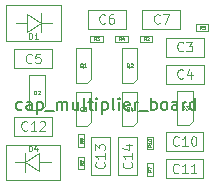
<source format=gbr>
%TF.GenerationSoftware,KiCad,Pcbnew,8.0.9-8.0.9-0~ubuntu24.04.1*%
%TF.CreationDate,2025-07-21T09:14:06-04:00*%
%TF.ProjectId,cap_multiplier_tile,6361705f-6d75-46c7-9469-706c6965725f,0.1.X*%
%TF.SameCoordinates,Original*%
%TF.FileFunction,AssemblyDrawing,Top*%
%FSLAX46Y46*%
G04 Gerber Fmt 4.6, Leading zero omitted, Abs format (unit mm)*
G04 Created by KiCad (PCBNEW 8.0.9-8.0.9-0~ubuntu24.04.1) date 2025-07-21 09:14:06*
%MOMM*%
%LPD*%
G01*
G04 APERTURE LIST*
%ADD10C,0.040000*%
%ADD11C,0.120000*%
%ADD12C,0.050000*%
%ADD13C,0.150000*%
%ADD14C,0.100000*%
G04 APERTURE END LIST*
D10*
X3356667Y4431800D02*
X3270000Y4555609D01*
X3208095Y4431800D02*
X3208095Y4691800D01*
X3208095Y4691800D02*
X3307143Y4691800D01*
X3307143Y4691800D02*
X3331905Y4679419D01*
X3331905Y4679419D02*
X3344286Y4667038D01*
X3344286Y4667038D02*
X3356667Y4642276D01*
X3356667Y4642276D02*
X3356667Y4605133D01*
X3356667Y4605133D02*
X3344286Y4580371D01*
X3344286Y4580371D02*
X3331905Y4567990D01*
X3331905Y4567990D02*
X3307143Y4555609D01*
X3307143Y4555609D02*
X3208095Y4555609D01*
X3455714Y4667038D02*
X3468095Y4679419D01*
X3468095Y4679419D02*
X3492857Y4691800D01*
X3492857Y4691800D02*
X3554762Y4691800D01*
X3554762Y4691800D02*
X3579524Y4679419D01*
X3579524Y4679419D02*
X3591905Y4667038D01*
X3591905Y4667038D02*
X3604286Y4642276D01*
X3604286Y4642276D02*
X3604286Y4617514D01*
X3604286Y4617514D02*
X3591905Y4580371D01*
X3591905Y4580371D02*
X3443333Y4431800D01*
X3443333Y4431800D02*
X3604286Y4431800D01*
X3818200Y-6543332D02*
X3694391Y-6629999D01*
X3818200Y-6691904D02*
X3558200Y-6691904D01*
X3558200Y-6691904D02*
X3558200Y-6592856D01*
X3558200Y-6592856D02*
X3570581Y-6568094D01*
X3570581Y-6568094D02*
X3582962Y-6555713D01*
X3582962Y-6555713D02*
X3607724Y-6543332D01*
X3607724Y-6543332D02*
X3644867Y-6543332D01*
X3644867Y-6543332D02*
X3669629Y-6555713D01*
X3669629Y-6555713D02*
X3682010Y-6568094D01*
X3682010Y-6568094D02*
X3694391Y-6592856D01*
X3694391Y-6592856D02*
X3694391Y-6691904D01*
X3558200Y-6456666D02*
X3558200Y-6283332D01*
X3558200Y-6283332D02*
X3818200Y-6394761D01*
X1256667Y4431800D02*
X1170000Y4555609D01*
X1108095Y4431800D02*
X1108095Y4691800D01*
X1108095Y4691800D02*
X1207143Y4691800D01*
X1207143Y4691800D02*
X1231905Y4679419D01*
X1231905Y4679419D02*
X1244286Y4667038D01*
X1244286Y4667038D02*
X1256667Y4642276D01*
X1256667Y4642276D02*
X1256667Y4605133D01*
X1256667Y4605133D02*
X1244286Y4580371D01*
X1244286Y4580371D02*
X1231905Y4567990D01*
X1231905Y4567990D02*
X1207143Y4555609D01*
X1207143Y4555609D02*
X1108095Y4555609D01*
X1479524Y4605133D02*
X1479524Y4431800D01*
X1417619Y4704180D02*
X1355714Y4518466D01*
X1355714Y4518466D02*
X1516667Y4518466D01*
D11*
X4541667Y5912336D02*
X4503571Y5874240D01*
X4503571Y5874240D02*
X4389286Y5836145D01*
X4389286Y5836145D02*
X4313095Y5836145D01*
X4313095Y5836145D02*
X4198809Y5874240D01*
X4198809Y5874240D02*
X4122619Y5950431D01*
X4122619Y5950431D02*
X4084524Y6026621D01*
X4084524Y6026621D02*
X4046428Y6179002D01*
X4046428Y6179002D02*
X4046428Y6293288D01*
X4046428Y6293288D02*
X4084524Y6445669D01*
X4084524Y6445669D02*
X4122619Y6521860D01*
X4122619Y6521860D02*
X4198809Y6598050D01*
X4198809Y6598050D02*
X4313095Y6636145D01*
X4313095Y6636145D02*
X4389286Y6636145D01*
X4389286Y6636145D02*
X4503571Y6598050D01*
X4503571Y6598050D02*
X4541667Y6559955D01*
X4808333Y6636145D02*
X5341667Y6636145D01*
X5341667Y6636145D02*
X4998809Y5836145D01*
D10*
X-843333Y4431800D02*
X-930000Y4555609D01*
X-991905Y4431800D02*
X-991905Y4691800D01*
X-991905Y4691800D02*
X-892857Y4691800D01*
X-892857Y4691800D02*
X-868095Y4679419D01*
X-868095Y4679419D02*
X-855714Y4667038D01*
X-855714Y4667038D02*
X-843333Y4642276D01*
X-843333Y4642276D02*
X-843333Y4605133D01*
X-843333Y4605133D02*
X-855714Y4580371D01*
X-855714Y4580371D02*
X-868095Y4567990D01*
X-868095Y4567990D02*
X-892857Y4555609D01*
X-892857Y4555609D02*
X-991905Y4555609D01*
X-756667Y4691800D02*
X-595714Y4691800D01*
X-595714Y4691800D02*
X-682381Y4592752D01*
X-682381Y4592752D02*
X-645238Y4592752D01*
X-645238Y4592752D02*
X-620476Y4580371D01*
X-620476Y4580371D02*
X-608095Y4567990D01*
X-608095Y4567990D02*
X-595714Y4543228D01*
X-595714Y4543228D02*
X-595714Y4481323D01*
X-595714Y4481323D02*
X-608095Y4456561D01*
X-608095Y4456561D02*
X-620476Y4444180D01*
X-620476Y4444180D02*
X-645238Y4431800D01*
X-645238Y4431800D02*
X-719524Y4431800D01*
X-719524Y4431800D02*
X-744286Y4444180D01*
X-744286Y4444180D02*
X-756667Y4456561D01*
D11*
X2137664Y-5914285D02*
X2175760Y-5952381D01*
X2175760Y-5952381D02*
X2213855Y-6066666D01*
X2213855Y-6066666D02*
X2213855Y-6142857D01*
X2213855Y-6142857D02*
X2175760Y-6257143D01*
X2175760Y-6257143D02*
X2099569Y-6333333D01*
X2099569Y-6333333D02*
X2023379Y-6371428D01*
X2023379Y-6371428D02*
X1870998Y-6409524D01*
X1870998Y-6409524D02*
X1756712Y-6409524D01*
X1756712Y-6409524D02*
X1604331Y-6371428D01*
X1604331Y-6371428D02*
X1528140Y-6333333D01*
X1528140Y-6333333D02*
X1451950Y-6257143D01*
X1451950Y-6257143D02*
X1413855Y-6142857D01*
X1413855Y-6142857D02*
X1413855Y-6066666D01*
X1413855Y-6066666D02*
X1451950Y-5952381D01*
X1451950Y-5952381D02*
X1490045Y-5914285D01*
X2213855Y-5152381D02*
X2213855Y-5609524D01*
X2213855Y-5380952D02*
X1413855Y-5380952D01*
X1413855Y-5380952D02*
X1528140Y-5457143D01*
X1528140Y-5457143D02*
X1604331Y-5533333D01*
X1604331Y-5533333D02*
X1642426Y-5609524D01*
X1680521Y-4466666D02*
X2213855Y-4466666D01*
X1375760Y-4657142D02*
X1947188Y-4847619D01*
X1947188Y-4847619D02*
X1947188Y-4352380D01*
X6135714Y-6737664D02*
X6097618Y-6775760D01*
X6097618Y-6775760D02*
X5983333Y-6813855D01*
X5983333Y-6813855D02*
X5907142Y-6813855D01*
X5907142Y-6813855D02*
X5792856Y-6775760D01*
X5792856Y-6775760D02*
X5716666Y-6699569D01*
X5716666Y-6699569D02*
X5678571Y-6623379D01*
X5678571Y-6623379D02*
X5640475Y-6470998D01*
X5640475Y-6470998D02*
X5640475Y-6356712D01*
X5640475Y-6356712D02*
X5678571Y-6204331D01*
X5678571Y-6204331D02*
X5716666Y-6128140D01*
X5716666Y-6128140D02*
X5792856Y-6051950D01*
X5792856Y-6051950D02*
X5907142Y-6013855D01*
X5907142Y-6013855D02*
X5983333Y-6013855D01*
X5983333Y-6013855D02*
X6097618Y-6051950D01*
X6097618Y-6051950D02*
X6135714Y-6090045D01*
X6897618Y-6813855D02*
X6440475Y-6813855D01*
X6669047Y-6813855D02*
X6669047Y-6013855D01*
X6669047Y-6013855D02*
X6592856Y-6128140D01*
X6592856Y-6128140D02*
X6516666Y-6204331D01*
X6516666Y-6204331D02*
X6440475Y-6242426D01*
X7659523Y-6813855D02*
X7202380Y-6813855D01*
X7430952Y-6813855D02*
X7430952Y-6013855D01*
X7430952Y-6013855D02*
X7354761Y-6128140D01*
X7354761Y-6128140D02*
X7278571Y-6204331D01*
X7278571Y-6204331D02*
X7202380Y-6242426D01*
D10*
X-1981800Y-4093332D02*
X-2105609Y-4179999D01*
X-1981800Y-4241904D02*
X-2241800Y-4241904D01*
X-2241800Y-4241904D02*
X-2241800Y-4142856D01*
X-2241800Y-4142856D02*
X-2229419Y-4118094D01*
X-2229419Y-4118094D02*
X-2217038Y-4105713D01*
X-2217038Y-4105713D02*
X-2192276Y-4093332D01*
X-2192276Y-4093332D02*
X-2155133Y-4093332D01*
X-2155133Y-4093332D02*
X-2130371Y-4105713D01*
X-2130371Y-4105713D02*
X-2117990Y-4118094D01*
X-2117990Y-4118094D02*
X-2105609Y-4142856D01*
X-2105609Y-4142856D02*
X-2105609Y-4241904D01*
X-2130371Y-3944761D02*
X-2142752Y-3969523D01*
X-2142752Y-3969523D02*
X-2155133Y-3981904D01*
X-2155133Y-3981904D02*
X-2179895Y-3994285D01*
X-2179895Y-3994285D02*
X-2192276Y-3994285D01*
X-2192276Y-3994285D02*
X-2217038Y-3981904D01*
X-2217038Y-3981904D02*
X-2229419Y-3969523D01*
X-2229419Y-3969523D02*
X-2241800Y-3944761D01*
X-2241800Y-3944761D02*
X-2241800Y-3895237D01*
X-2241800Y-3895237D02*
X-2229419Y-3870475D01*
X-2229419Y-3870475D02*
X-2217038Y-3858094D01*
X-2217038Y-3858094D02*
X-2192276Y-3845713D01*
X-2192276Y-3845713D02*
X-2179895Y-3845713D01*
X-2179895Y-3845713D02*
X-2155133Y-3858094D01*
X-2155133Y-3858094D02*
X-2142752Y-3870475D01*
X-2142752Y-3870475D02*
X-2130371Y-3895237D01*
X-2130371Y-3895237D02*
X-2130371Y-3944761D01*
X-2130371Y-3944761D02*
X-2117990Y-3969523D01*
X-2117990Y-3969523D02*
X-2105609Y-3981904D01*
X-2105609Y-3981904D02*
X-2080847Y-3994285D01*
X-2080847Y-3994285D02*
X-2031323Y-3994285D01*
X-2031323Y-3994285D02*
X-2006561Y-3981904D01*
X-2006561Y-3981904D02*
X-1994180Y-3969523D01*
X-1994180Y-3969523D02*
X-1981800Y-3944761D01*
X-1981800Y-3944761D02*
X-1981800Y-3895237D01*
X-1981800Y-3895237D02*
X-1994180Y-3870475D01*
X-1994180Y-3870475D02*
X-2006561Y-3858094D01*
X-2006561Y-3858094D02*
X-2031323Y-3845713D01*
X-2031323Y-3845713D02*
X-2080847Y-3845713D01*
X-2080847Y-3845713D02*
X-2105609Y-3858094D01*
X-2105609Y-3858094D02*
X-2117990Y-3870475D01*
X-2117990Y-3870475D02*
X-2130371Y-3895237D01*
D11*
X-83333Y5912336D02*
X-121429Y5874240D01*
X-121429Y5874240D02*
X-235714Y5836145D01*
X-235714Y5836145D02*
X-311905Y5836145D01*
X-311905Y5836145D02*
X-426191Y5874240D01*
X-426191Y5874240D02*
X-502381Y5950431D01*
X-502381Y5950431D02*
X-540476Y6026621D01*
X-540476Y6026621D02*
X-578572Y6179002D01*
X-578572Y6179002D02*
X-578572Y6293288D01*
X-578572Y6293288D02*
X-540476Y6445669D01*
X-540476Y6445669D02*
X-502381Y6521860D01*
X-502381Y6521860D02*
X-426191Y6598050D01*
X-426191Y6598050D02*
X-311905Y6636145D01*
X-311905Y6636145D02*
X-235714Y6636145D01*
X-235714Y6636145D02*
X-121429Y6598050D01*
X-121429Y6598050D02*
X-83333Y6559955D01*
X602381Y6636145D02*
X450000Y6636145D01*
X450000Y6636145D02*
X373809Y6598050D01*
X373809Y6598050D02*
X335714Y6559955D01*
X335714Y6559955D02*
X259524Y6445669D01*
X259524Y6445669D02*
X221428Y6293288D01*
X221428Y6293288D02*
X221428Y5988526D01*
X221428Y5988526D02*
X259524Y5912336D01*
X259524Y5912336D02*
X297619Y5874240D01*
X297619Y5874240D02*
X373809Y5836145D01*
X373809Y5836145D02*
X526190Y5836145D01*
X526190Y5836145D02*
X602381Y5874240D01*
X602381Y5874240D02*
X640476Y5912336D01*
X640476Y5912336D02*
X678571Y5988526D01*
X678571Y5988526D02*
X678571Y6179002D01*
X678571Y6179002D02*
X640476Y6255193D01*
X640476Y6255193D02*
X602381Y6293288D01*
X602381Y6293288D02*
X526190Y6331383D01*
X526190Y6331383D02*
X373809Y6331383D01*
X373809Y6331383D02*
X297619Y6293288D01*
X297619Y6293288D02*
X259524Y6255193D01*
X259524Y6255193D02*
X221428Y6179002D01*
X6541667Y3562336D02*
X6503571Y3524240D01*
X6503571Y3524240D02*
X6389286Y3486145D01*
X6389286Y3486145D02*
X6313095Y3486145D01*
X6313095Y3486145D02*
X6198809Y3524240D01*
X6198809Y3524240D02*
X6122619Y3600431D01*
X6122619Y3600431D02*
X6084524Y3676621D01*
X6084524Y3676621D02*
X6046428Y3829002D01*
X6046428Y3829002D02*
X6046428Y3943288D01*
X6046428Y3943288D02*
X6084524Y4095669D01*
X6084524Y4095669D02*
X6122619Y4171860D01*
X6122619Y4171860D02*
X6198809Y4248050D01*
X6198809Y4248050D02*
X6313095Y4286145D01*
X6313095Y4286145D02*
X6389286Y4286145D01*
X6389286Y4286145D02*
X6503571Y4248050D01*
X6503571Y4248050D02*
X6541667Y4209955D01*
X6808333Y4286145D02*
X7303571Y4286145D01*
X7303571Y4286145D02*
X7036905Y3981383D01*
X7036905Y3981383D02*
X7151190Y3981383D01*
X7151190Y3981383D02*
X7227381Y3943288D01*
X7227381Y3943288D02*
X7265476Y3905193D01*
X7265476Y3905193D02*
X7303571Y3829002D01*
X7303571Y3829002D02*
X7303571Y3638526D01*
X7303571Y3638526D02*
X7265476Y3562336D01*
X7265476Y3562336D02*
X7227381Y3524240D01*
X7227381Y3524240D02*
X7151190Y3486145D01*
X7151190Y3486145D02*
X6922619Y3486145D01*
X6922619Y3486145D02*
X6846428Y3524240D01*
X6846428Y3524240D02*
X6808333Y3562336D01*
D12*
X-1955477Y-1575914D02*
X-1985953Y-1560676D01*
X-1985953Y-1560676D02*
X-2016429Y-1530200D01*
X-2016429Y-1530200D02*
X-2062143Y-1484485D01*
X-2062143Y-1484485D02*
X-2092620Y-1469247D01*
X-2092620Y-1469247D02*
X-2123096Y-1469247D01*
X-2107858Y-1545438D02*
X-2138334Y-1530200D01*
X-2138334Y-1530200D02*
X-2168810Y-1499723D01*
X-2168810Y-1499723D02*
X-2184048Y-1438771D01*
X-2184048Y-1438771D02*
X-2184048Y-1332104D01*
X-2184048Y-1332104D02*
X-2168810Y-1271152D01*
X-2168810Y-1271152D02*
X-2138334Y-1240676D01*
X-2138334Y-1240676D02*
X-2107858Y-1225438D01*
X-2107858Y-1225438D02*
X-2046905Y-1225438D01*
X-2046905Y-1225438D02*
X-2016429Y-1240676D01*
X-2016429Y-1240676D02*
X-1985953Y-1271152D01*
X-1985953Y-1271152D02*
X-1970715Y-1332104D01*
X-1970715Y-1332104D02*
X-1970715Y-1438771D01*
X-1970715Y-1438771D02*
X-1985953Y-1499723D01*
X-1985953Y-1499723D02*
X-2016429Y-1530200D01*
X-2016429Y-1530200D02*
X-2046905Y-1545438D01*
X-2046905Y-1545438D02*
X-2107858Y-1545438D01*
X-1864048Y-1225438D02*
X-1665953Y-1225438D01*
X-1665953Y-1225438D02*
X-1772620Y-1347342D01*
X-1772620Y-1347342D02*
X-1726905Y-1347342D01*
X-1726905Y-1347342D02*
X-1696429Y-1362580D01*
X-1696429Y-1362580D02*
X-1681191Y-1377819D01*
X-1681191Y-1377819D02*
X-1665953Y-1408295D01*
X-1665953Y-1408295D02*
X-1665953Y-1484485D01*
X-1665953Y-1484485D02*
X-1681191Y-1514961D01*
X-1681191Y-1514961D02*
X-1696429Y-1530200D01*
X-1696429Y-1530200D02*
X-1726905Y-1545438D01*
X-1726905Y-1545438D02*
X-1818334Y-1545438D01*
X-1818334Y-1545438D02*
X-1848810Y-1530200D01*
X-1848810Y-1530200D02*
X-1864048Y-1514961D01*
X-1955477Y2124086D02*
X-1985953Y2139324D01*
X-1985953Y2139324D02*
X-2016429Y2169800D01*
X-2016429Y2169800D02*
X-2062143Y2215515D01*
X-2062143Y2215515D02*
X-2092620Y2230753D01*
X-2092620Y2230753D02*
X-2123096Y2230753D01*
X-2107858Y2154562D02*
X-2138334Y2169800D01*
X-2138334Y2169800D02*
X-2168810Y2200277D01*
X-2168810Y2200277D02*
X-2184048Y2261229D01*
X-2184048Y2261229D02*
X-2184048Y2367896D01*
X-2184048Y2367896D02*
X-2168810Y2428848D01*
X-2168810Y2428848D02*
X-2138334Y2459324D01*
X-2138334Y2459324D02*
X-2107858Y2474562D01*
X-2107858Y2474562D02*
X-2046905Y2474562D01*
X-2046905Y2474562D02*
X-2016429Y2459324D01*
X-2016429Y2459324D02*
X-1985953Y2428848D01*
X-1985953Y2428848D02*
X-1970715Y2367896D01*
X-1970715Y2367896D02*
X-1970715Y2261229D01*
X-1970715Y2261229D02*
X-1985953Y2200277D01*
X-1985953Y2200277D02*
X-2016429Y2169800D01*
X-2016429Y2169800D02*
X-2046905Y2154562D01*
X-2046905Y2154562D02*
X-2107858Y2154562D01*
X-1665953Y2154562D02*
X-1848810Y2154562D01*
X-1757382Y2154562D02*
X-1757382Y2474562D01*
X-1757382Y2474562D02*
X-1787858Y2428848D01*
X-1787858Y2428848D02*
X-1818334Y2398372D01*
X-1818334Y2398372D02*
X-1848810Y2383134D01*
D10*
X8106667Y5381800D02*
X8020000Y5505609D01*
X7958095Y5381800D02*
X7958095Y5641800D01*
X7958095Y5641800D02*
X8057143Y5641800D01*
X8057143Y5641800D02*
X8081905Y5629419D01*
X8081905Y5629419D02*
X8094286Y5617038D01*
X8094286Y5617038D02*
X8106667Y5592276D01*
X8106667Y5592276D02*
X8106667Y5555133D01*
X8106667Y5555133D02*
X8094286Y5530371D01*
X8094286Y5530371D02*
X8081905Y5517990D01*
X8081905Y5517990D02*
X8057143Y5505609D01*
X8057143Y5505609D02*
X7958095Y5505609D01*
X8341905Y5641800D02*
X8218095Y5641800D01*
X8218095Y5641800D02*
X8205714Y5517990D01*
X8205714Y5517990D02*
X8218095Y5530371D01*
X8218095Y5530371D02*
X8242857Y5542752D01*
X8242857Y5542752D02*
X8304762Y5542752D01*
X8304762Y5542752D02*
X8329524Y5530371D01*
X8329524Y5530371D02*
X8341905Y5517990D01*
X8341905Y5517990D02*
X8354286Y5493228D01*
X8354286Y5493228D02*
X8354286Y5431323D01*
X8354286Y5431323D02*
X8341905Y5406561D01*
X8341905Y5406561D02*
X8329524Y5394180D01*
X8329524Y5394180D02*
X8304762Y5381800D01*
X8304762Y5381800D02*
X8242857Y5381800D01*
X8242857Y5381800D02*
X8218095Y5394180D01*
X8218095Y5394180D02*
X8205714Y5406561D01*
X3818200Y-4417142D02*
X3694391Y-4503809D01*
X3818200Y-4565714D02*
X3558200Y-4565714D01*
X3558200Y-4565714D02*
X3558200Y-4466666D01*
X3558200Y-4466666D02*
X3570581Y-4441904D01*
X3570581Y-4441904D02*
X3582962Y-4429523D01*
X3582962Y-4429523D02*
X3607724Y-4417142D01*
X3607724Y-4417142D02*
X3644867Y-4417142D01*
X3644867Y-4417142D02*
X3669629Y-4429523D01*
X3669629Y-4429523D02*
X3682010Y-4441904D01*
X3682010Y-4441904D02*
X3694391Y-4466666D01*
X3694391Y-4466666D02*
X3694391Y-4565714D01*
X3818200Y-4169523D02*
X3818200Y-4318095D01*
X3818200Y-4243809D02*
X3558200Y-4243809D01*
X3558200Y-4243809D02*
X3595343Y-4268571D01*
X3595343Y-4268571D02*
X3620105Y-4293333D01*
X3620105Y-4293333D02*
X3632486Y-4318095D01*
X3558200Y-4008571D02*
X3558200Y-3983809D01*
X3558200Y-3983809D02*
X3570581Y-3959047D01*
X3570581Y-3959047D02*
X3582962Y-3946666D01*
X3582962Y-3946666D02*
X3607724Y-3934285D01*
X3607724Y-3934285D02*
X3657248Y-3921904D01*
X3657248Y-3921904D02*
X3719153Y-3921904D01*
X3719153Y-3921904D02*
X3768677Y-3934285D01*
X3768677Y-3934285D02*
X3793439Y-3946666D01*
X3793439Y-3946666D02*
X3805820Y-3959047D01*
X3805820Y-3959047D02*
X3818200Y-3983809D01*
X3818200Y-3983809D02*
X3818200Y-4008571D01*
X3818200Y-4008571D02*
X3805820Y-4033333D01*
X3805820Y-4033333D02*
X3793439Y-4045714D01*
X3793439Y-4045714D02*
X3768677Y-4058095D01*
X3768677Y-4058095D02*
X3719153Y-4070476D01*
X3719153Y-4070476D02*
X3657248Y-4070476D01*
X3657248Y-4070476D02*
X3607724Y-4058095D01*
X3607724Y-4058095D02*
X3582962Y-4045714D01*
X3582962Y-4045714D02*
X3570581Y-4033333D01*
X3570581Y-4033333D02*
X3558200Y-4008571D01*
X-1981800Y-5993332D02*
X-2105609Y-6079999D01*
X-1981800Y-6141904D02*
X-2241800Y-6141904D01*
X-2241800Y-6141904D02*
X-2241800Y-6042856D01*
X-2241800Y-6042856D02*
X-2229419Y-6018094D01*
X-2229419Y-6018094D02*
X-2217038Y-6005713D01*
X-2217038Y-6005713D02*
X-2192276Y-5993332D01*
X-2192276Y-5993332D02*
X-2155133Y-5993332D01*
X-2155133Y-5993332D02*
X-2130371Y-6005713D01*
X-2130371Y-6005713D02*
X-2117990Y-6018094D01*
X-2117990Y-6018094D02*
X-2105609Y-6042856D01*
X-2105609Y-6042856D02*
X-2105609Y-6141904D01*
X-1981800Y-5869523D02*
X-1981800Y-5819999D01*
X-1981800Y-5819999D02*
X-1994180Y-5795237D01*
X-1994180Y-5795237D02*
X-2006561Y-5782856D01*
X-2006561Y-5782856D02*
X-2043704Y-5758094D01*
X-2043704Y-5758094D02*
X-2093228Y-5745713D01*
X-2093228Y-5745713D02*
X-2192276Y-5745713D01*
X-2192276Y-5745713D02*
X-2217038Y-5758094D01*
X-2217038Y-5758094D02*
X-2229419Y-5770475D01*
X-2229419Y-5770475D02*
X-2241800Y-5795237D01*
X-2241800Y-5795237D02*
X-2241800Y-5844761D01*
X-2241800Y-5844761D02*
X-2229419Y-5869523D01*
X-2229419Y-5869523D02*
X-2217038Y-5881904D01*
X-2217038Y-5881904D02*
X-2192276Y-5894285D01*
X-2192276Y-5894285D02*
X-2130371Y-5894285D01*
X-2130371Y-5894285D02*
X-2105609Y-5881904D01*
X-2105609Y-5881904D02*
X-2093228Y-5869523D01*
X-2093228Y-5869523D02*
X-2080847Y-5844761D01*
X-2080847Y-5844761D02*
X-2080847Y-5795237D01*
X-2080847Y-5795237D02*
X-2093228Y-5770475D01*
X-2093228Y-5770475D02*
X-2105609Y-5758094D01*
X-2105609Y-5758094D02*
X-2130371Y-5745713D01*
D11*
X-6283333Y2562336D02*
X-6321429Y2524240D01*
X-6321429Y2524240D02*
X-6435714Y2486145D01*
X-6435714Y2486145D02*
X-6511905Y2486145D01*
X-6511905Y2486145D02*
X-6626191Y2524240D01*
X-6626191Y2524240D02*
X-6702381Y2600431D01*
X-6702381Y2600431D02*
X-6740476Y2676621D01*
X-6740476Y2676621D02*
X-6778572Y2829002D01*
X-6778572Y2829002D02*
X-6778572Y2943288D01*
X-6778572Y2943288D02*
X-6740476Y3095669D01*
X-6740476Y3095669D02*
X-6702381Y3171860D01*
X-6702381Y3171860D02*
X-6626191Y3248050D01*
X-6626191Y3248050D02*
X-6511905Y3286145D01*
X-6511905Y3286145D02*
X-6435714Y3286145D01*
X-6435714Y3286145D02*
X-6321429Y3248050D01*
X-6321429Y3248050D02*
X-6283333Y3209955D01*
X-5559524Y3286145D02*
X-5940476Y3286145D01*
X-5940476Y3286145D02*
X-5978572Y2905193D01*
X-5978572Y2905193D02*
X-5940476Y2943288D01*
X-5940476Y2943288D02*
X-5864286Y2981383D01*
X-5864286Y2981383D02*
X-5673810Y2981383D01*
X-5673810Y2981383D02*
X-5597619Y2943288D01*
X-5597619Y2943288D02*
X-5559524Y2905193D01*
X-5559524Y2905193D02*
X-5521429Y2829002D01*
X-5521429Y2829002D02*
X-5521429Y2638526D01*
X-5521429Y2638526D02*
X-5559524Y2562336D01*
X-5559524Y2562336D02*
X-5597619Y2524240D01*
X-5597619Y2524240D02*
X-5673810Y2486145D01*
X-5673810Y2486145D02*
X-5864286Y2486145D01*
X-5864286Y2486145D02*
X-5940476Y2524240D01*
X-5940476Y2524240D02*
X-5978572Y2562336D01*
D12*
X1969523Y-1575914D02*
X1939047Y-1560676D01*
X1939047Y-1560676D02*
X1908571Y-1530200D01*
X1908571Y-1530200D02*
X1862857Y-1484485D01*
X1862857Y-1484485D02*
X1832380Y-1469247D01*
X1832380Y-1469247D02*
X1801904Y-1469247D01*
X1817142Y-1545438D02*
X1786666Y-1530200D01*
X1786666Y-1530200D02*
X1756190Y-1499723D01*
X1756190Y-1499723D02*
X1740952Y-1438771D01*
X1740952Y-1438771D02*
X1740952Y-1332104D01*
X1740952Y-1332104D02*
X1756190Y-1271152D01*
X1756190Y-1271152D02*
X1786666Y-1240676D01*
X1786666Y-1240676D02*
X1817142Y-1225438D01*
X1817142Y-1225438D02*
X1878095Y-1225438D01*
X1878095Y-1225438D02*
X1908571Y-1240676D01*
X1908571Y-1240676D02*
X1939047Y-1271152D01*
X1939047Y-1271152D02*
X1954285Y-1332104D01*
X1954285Y-1332104D02*
X1954285Y-1438771D01*
X1954285Y-1438771D02*
X1939047Y-1499723D01*
X1939047Y-1499723D02*
X1908571Y-1530200D01*
X1908571Y-1530200D02*
X1878095Y-1545438D01*
X1878095Y-1545438D02*
X1817142Y-1545438D01*
X2228571Y-1332104D02*
X2228571Y-1545438D01*
X2152380Y-1210200D02*
X2076190Y-1438771D01*
X2076190Y-1438771D02*
X2274285Y-1438771D01*
D11*
X-6664286Y-3137664D02*
X-6702382Y-3175760D01*
X-6702382Y-3175760D02*
X-6816667Y-3213855D01*
X-6816667Y-3213855D02*
X-6892858Y-3213855D01*
X-6892858Y-3213855D02*
X-7007144Y-3175760D01*
X-7007144Y-3175760D02*
X-7083334Y-3099569D01*
X-7083334Y-3099569D02*
X-7121429Y-3023379D01*
X-7121429Y-3023379D02*
X-7159525Y-2870998D01*
X-7159525Y-2870998D02*
X-7159525Y-2756712D01*
X-7159525Y-2756712D02*
X-7121429Y-2604331D01*
X-7121429Y-2604331D02*
X-7083334Y-2528140D01*
X-7083334Y-2528140D02*
X-7007144Y-2451950D01*
X-7007144Y-2451950D02*
X-6892858Y-2413855D01*
X-6892858Y-2413855D02*
X-6816667Y-2413855D01*
X-6816667Y-2413855D02*
X-6702382Y-2451950D01*
X-6702382Y-2451950D02*
X-6664286Y-2490045D01*
X-5902382Y-3213855D02*
X-6359525Y-3213855D01*
X-6130953Y-3213855D02*
X-6130953Y-2413855D01*
X-6130953Y-2413855D02*
X-6207144Y-2528140D01*
X-6207144Y-2528140D02*
X-6283334Y-2604331D01*
X-6283334Y-2604331D02*
X-6359525Y-2642426D01*
X-5597620Y-2490045D02*
X-5559524Y-2451950D01*
X-5559524Y-2451950D02*
X-5483334Y-2413855D01*
X-5483334Y-2413855D02*
X-5292858Y-2413855D01*
X-5292858Y-2413855D02*
X-5216667Y-2451950D01*
X-5216667Y-2451950D02*
X-5178572Y-2490045D01*
X-5178572Y-2490045D02*
X-5140477Y-2566236D01*
X-5140477Y-2566236D02*
X-5140477Y-2642426D01*
X-5140477Y-2642426D02*
X-5178572Y-2756712D01*
X-5178572Y-2756712D02*
X-5635715Y-3213855D01*
X-5635715Y-3213855D02*
X-5140477Y-3213855D01*
D13*
X-7142859Y-1407200D02*
X-7238097Y-1454819D01*
X-7238097Y-1454819D02*
X-7428573Y-1454819D01*
X-7428573Y-1454819D02*
X-7523811Y-1407200D01*
X-7523811Y-1407200D02*
X-7571430Y-1359580D01*
X-7571430Y-1359580D02*
X-7619049Y-1264342D01*
X-7619049Y-1264342D02*
X-7619049Y-978628D01*
X-7619049Y-978628D02*
X-7571430Y-883390D01*
X-7571430Y-883390D02*
X-7523811Y-835771D01*
X-7523811Y-835771D02*
X-7428573Y-788152D01*
X-7428573Y-788152D02*
X-7238097Y-788152D01*
X-7238097Y-788152D02*
X-7142859Y-835771D01*
X-6285716Y-1454819D02*
X-6285716Y-931009D01*
X-6285716Y-931009D02*
X-6333335Y-835771D01*
X-6333335Y-835771D02*
X-6428573Y-788152D01*
X-6428573Y-788152D02*
X-6619049Y-788152D01*
X-6619049Y-788152D02*
X-6714287Y-835771D01*
X-6285716Y-1407200D02*
X-6380954Y-1454819D01*
X-6380954Y-1454819D02*
X-6619049Y-1454819D01*
X-6619049Y-1454819D02*
X-6714287Y-1407200D01*
X-6714287Y-1407200D02*
X-6761906Y-1311961D01*
X-6761906Y-1311961D02*
X-6761906Y-1216723D01*
X-6761906Y-1216723D02*
X-6714287Y-1121485D01*
X-6714287Y-1121485D02*
X-6619049Y-1073866D01*
X-6619049Y-1073866D02*
X-6380954Y-1073866D01*
X-6380954Y-1073866D02*
X-6285716Y-1026247D01*
X-5809525Y-788152D02*
X-5809525Y-1788152D01*
X-5809525Y-835771D02*
X-5714287Y-788152D01*
X-5714287Y-788152D02*
X-5523811Y-788152D01*
X-5523811Y-788152D02*
X-5428573Y-835771D01*
X-5428573Y-835771D02*
X-5380954Y-883390D01*
X-5380954Y-883390D02*
X-5333335Y-978628D01*
X-5333335Y-978628D02*
X-5333335Y-1264342D01*
X-5333335Y-1264342D02*
X-5380954Y-1359580D01*
X-5380954Y-1359580D02*
X-5428573Y-1407200D01*
X-5428573Y-1407200D02*
X-5523811Y-1454819D01*
X-5523811Y-1454819D02*
X-5714287Y-1454819D01*
X-5714287Y-1454819D02*
X-5809525Y-1407200D01*
X-5142858Y-1550057D02*
X-4380954Y-1550057D01*
X-4142858Y-1454819D02*
X-4142858Y-788152D01*
X-4142858Y-883390D02*
X-4095239Y-835771D01*
X-4095239Y-835771D02*
X-4000001Y-788152D01*
X-4000001Y-788152D02*
X-3857144Y-788152D01*
X-3857144Y-788152D02*
X-3761906Y-835771D01*
X-3761906Y-835771D02*
X-3714287Y-931009D01*
X-3714287Y-931009D02*
X-3714287Y-1454819D01*
X-3714287Y-931009D02*
X-3666668Y-835771D01*
X-3666668Y-835771D02*
X-3571430Y-788152D01*
X-3571430Y-788152D02*
X-3428573Y-788152D01*
X-3428573Y-788152D02*
X-3333334Y-835771D01*
X-3333334Y-835771D02*
X-3285715Y-931009D01*
X-3285715Y-931009D02*
X-3285715Y-1454819D01*
X-2380954Y-788152D02*
X-2380954Y-1454819D01*
X-2809525Y-788152D02*
X-2809525Y-1311961D01*
X-2809525Y-1311961D02*
X-2761906Y-1407200D01*
X-2761906Y-1407200D02*
X-2666668Y-1454819D01*
X-2666668Y-1454819D02*
X-2523811Y-1454819D01*
X-2523811Y-1454819D02*
X-2428573Y-1407200D01*
X-2428573Y-1407200D02*
X-2380954Y-1359580D01*
X-1761906Y-1454819D02*
X-1857144Y-1407200D01*
X-1857144Y-1407200D02*
X-1904763Y-1311961D01*
X-1904763Y-1311961D02*
X-1904763Y-454819D01*
X-1523810Y-788152D02*
X-1142858Y-788152D01*
X-1380953Y-454819D02*
X-1380953Y-1311961D01*
X-1380953Y-1311961D02*
X-1333334Y-1407200D01*
X-1333334Y-1407200D02*
X-1238096Y-1454819D01*
X-1238096Y-1454819D02*
X-1142858Y-1454819D01*
X-809524Y-1454819D02*
X-809524Y-788152D01*
X-809524Y-454819D02*
X-857143Y-502438D01*
X-857143Y-502438D02*
X-809524Y-550057D01*
X-809524Y-550057D02*
X-761905Y-502438D01*
X-761905Y-502438D02*
X-809524Y-454819D01*
X-809524Y-454819D02*
X-809524Y-550057D01*
X-333334Y-788152D02*
X-333334Y-1788152D01*
X-333334Y-835771D02*
X-238096Y-788152D01*
X-238096Y-788152D02*
X-47620Y-788152D01*
X-47620Y-788152D02*
X47618Y-835771D01*
X47618Y-835771D02*
X95237Y-883390D01*
X95237Y-883390D02*
X142856Y-978628D01*
X142856Y-978628D02*
X142856Y-1264342D01*
X142856Y-1264342D02*
X95237Y-1359580D01*
X95237Y-1359580D02*
X47618Y-1407200D01*
X47618Y-1407200D02*
X-47620Y-1454819D01*
X-47620Y-1454819D02*
X-238096Y-1454819D01*
X-238096Y-1454819D02*
X-333334Y-1407200D01*
X714285Y-1454819D02*
X619047Y-1407200D01*
X619047Y-1407200D02*
X571428Y-1311961D01*
X571428Y-1311961D02*
X571428Y-454819D01*
X1095238Y-1454819D02*
X1095238Y-788152D01*
X1095238Y-454819D02*
X1047619Y-502438D01*
X1047619Y-502438D02*
X1095238Y-550057D01*
X1095238Y-550057D02*
X1142857Y-502438D01*
X1142857Y-502438D02*
X1095238Y-454819D01*
X1095238Y-454819D02*
X1095238Y-550057D01*
X1952380Y-1407200D02*
X1857142Y-1454819D01*
X1857142Y-1454819D02*
X1666666Y-1454819D01*
X1666666Y-1454819D02*
X1571428Y-1407200D01*
X1571428Y-1407200D02*
X1523809Y-1311961D01*
X1523809Y-1311961D02*
X1523809Y-931009D01*
X1523809Y-931009D02*
X1571428Y-835771D01*
X1571428Y-835771D02*
X1666666Y-788152D01*
X1666666Y-788152D02*
X1857142Y-788152D01*
X1857142Y-788152D02*
X1952380Y-835771D01*
X1952380Y-835771D02*
X1999999Y-931009D01*
X1999999Y-931009D02*
X1999999Y-1026247D01*
X1999999Y-1026247D02*
X1523809Y-1121485D01*
X2428571Y-1454819D02*
X2428571Y-788152D01*
X2428571Y-978628D02*
X2476190Y-883390D01*
X2476190Y-883390D02*
X2523809Y-835771D01*
X2523809Y-835771D02*
X2619047Y-788152D01*
X2619047Y-788152D02*
X2714285Y-788152D01*
X2809524Y-1550057D02*
X3571428Y-1550057D01*
X3809524Y-1454819D02*
X3809524Y-454819D01*
X3809524Y-835771D02*
X3904762Y-788152D01*
X3904762Y-788152D02*
X4095238Y-788152D01*
X4095238Y-788152D02*
X4190476Y-835771D01*
X4190476Y-835771D02*
X4238095Y-883390D01*
X4238095Y-883390D02*
X4285714Y-978628D01*
X4285714Y-978628D02*
X4285714Y-1264342D01*
X4285714Y-1264342D02*
X4238095Y-1359580D01*
X4238095Y-1359580D02*
X4190476Y-1407200D01*
X4190476Y-1407200D02*
X4095238Y-1454819D01*
X4095238Y-1454819D02*
X3904762Y-1454819D01*
X3904762Y-1454819D02*
X3809524Y-1407200D01*
X4857143Y-1454819D02*
X4761905Y-1407200D01*
X4761905Y-1407200D02*
X4714286Y-1359580D01*
X4714286Y-1359580D02*
X4666667Y-1264342D01*
X4666667Y-1264342D02*
X4666667Y-978628D01*
X4666667Y-978628D02*
X4714286Y-883390D01*
X4714286Y-883390D02*
X4761905Y-835771D01*
X4761905Y-835771D02*
X4857143Y-788152D01*
X4857143Y-788152D02*
X5000000Y-788152D01*
X5000000Y-788152D02*
X5095238Y-835771D01*
X5095238Y-835771D02*
X5142857Y-883390D01*
X5142857Y-883390D02*
X5190476Y-978628D01*
X5190476Y-978628D02*
X5190476Y-1264342D01*
X5190476Y-1264342D02*
X5142857Y-1359580D01*
X5142857Y-1359580D02*
X5095238Y-1407200D01*
X5095238Y-1407200D02*
X5000000Y-1454819D01*
X5000000Y-1454819D02*
X4857143Y-1454819D01*
X6047619Y-1454819D02*
X6047619Y-931009D01*
X6047619Y-931009D02*
X6000000Y-835771D01*
X6000000Y-835771D02*
X5904762Y-788152D01*
X5904762Y-788152D02*
X5714286Y-788152D01*
X5714286Y-788152D02*
X5619048Y-835771D01*
X6047619Y-1407200D02*
X5952381Y-1454819D01*
X5952381Y-1454819D02*
X5714286Y-1454819D01*
X5714286Y-1454819D02*
X5619048Y-1407200D01*
X5619048Y-1407200D02*
X5571429Y-1311961D01*
X5571429Y-1311961D02*
X5571429Y-1216723D01*
X5571429Y-1216723D02*
X5619048Y-1121485D01*
X5619048Y-1121485D02*
X5714286Y-1073866D01*
X5714286Y-1073866D02*
X5952381Y-1073866D01*
X5952381Y-1073866D02*
X6047619Y-1026247D01*
X6523810Y-1454819D02*
X6523810Y-788152D01*
X6523810Y-978628D02*
X6571429Y-883390D01*
X6571429Y-883390D02*
X6619048Y-835771D01*
X6619048Y-835771D02*
X6714286Y-788152D01*
X6714286Y-788152D02*
X6809524Y-788152D01*
X7571429Y-1454819D02*
X7571429Y-454819D01*
X7571429Y-1407200D02*
X7476191Y-1454819D01*
X7476191Y-1454819D02*
X7285715Y-1454819D01*
X7285715Y-1454819D02*
X7190477Y-1407200D01*
X7190477Y-1407200D02*
X7142858Y-1359580D01*
X7142858Y-1359580D02*
X7095239Y-1264342D01*
X7095239Y-1264342D02*
X7095239Y-978628D01*
X7095239Y-978628D02*
X7142858Y-883390D01*
X7142858Y-883390D02*
X7190477Y-835771D01*
X7190477Y-835771D02*
X7285715Y-788152D01*
X7285715Y-788152D02*
X7476191Y-788152D01*
X7476191Y-788152D02*
X7571429Y-835771D01*
D12*
X6463809Y-1445438D02*
X6463809Y-1125438D01*
X6463809Y-1125438D02*
X6539999Y-1125438D01*
X6539999Y-1125438D02*
X6585714Y-1140676D01*
X6585714Y-1140676D02*
X6616190Y-1171152D01*
X6616190Y-1171152D02*
X6631428Y-1201628D01*
X6631428Y-1201628D02*
X6646666Y-1262580D01*
X6646666Y-1262580D02*
X6646666Y-1308295D01*
X6646666Y-1308295D02*
X6631428Y-1369247D01*
X6631428Y-1369247D02*
X6616190Y-1399723D01*
X6616190Y-1399723D02*
X6585714Y-1430200D01*
X6585714Y-1430200D02*
X6539999Y-1445438D01*
X6539999Y-1445438D02*
X6463809Y-1445438D01*
X6753333Y-1125438D02*
X6951428Y-1125438D01*
X6951428Y-1125438D02*
X6844761Y-1247342D01*
X6844761Y-1247342D02*
X6890476Y-1247342D01*
X6890476Y-1247342D02*
X6920952Y-1262580D01*
X6920952Y-1262580D02*
X6936190Y-1277819D01*
X6936190Y-1277819D02*
X6951428Y-1308295D01*
X6951428Y-1308295D02*
X6951428Y-1384485D01*
X6951428Y-1384485D02*
X6936190Y-1414961D01*
X6936190Y-1414961D02*
X6920952Y-1430200D01*
X6920952Y-1430200D02*
X6890476Y-1445438D01*
X6890476Y-1445438D02*
X6799047Y-1445438D01*
X6799047Y-1445438D02*
X6768571Y-1430200D01*
X6768571Y-1430200D02*
X6753333Y-1414961D01*
X1969523Y2124086D02*
X1939047Y2139324D01*
X1939047Y2139324D02*
X1908571Y2169800D01*
X1908571Y2169800D02*
X1862857Y2215515D01*
X1862857Y2215515D02*
X1832380Y2230753D01*
X1832380Y2230753D02*
X1801904Y2230753D01*
X1817142Y2154562D02*
X1786666Y2169800D01*
X1786666Y2169800D02*
X1756190Y2200277D01*
X1756190Y2200277D02*
X1740952Y2261229D01*
X1740952Y2261229D02*
X1740952Y2367896D01*
X1740952Y2367896D02*
X1756190Y2428848D01*
X1756190Y2428848D02*
X1786666Y2459324D01*
X1786666Y2459324D02*
X1817142Y2474562D01*
X1817142Y2474562D02*
X1878095Y2474562D01*
X1878095Y2474562D02*
X1908571Y2459324D01*
X1908571Y2459324D02*
X1939047Y2428848D01*
X1939047Y2428848D02*
X1954285Y2367896D01*
X1954285Y2367896D02*
X1954285Y2261229D01*
X1954285Y2261229D02*
X1939047Y2200277D01*
X1939047Y2200277D02*
X1908571Y2169800D01*
X1908571Y2169800D02*
X1878095Y2154562D01*
X1878095Y2154562D02*
X1817142Y2154562D01*
X2076190Y2444086D02*
X2091428Y2459324D01*
X2091428Y2459324D02*
X2121904Y2474562D01*
X2121904Y2474562D02*
X2198095Y2474562D01*
X2198095Y2474562D02*
X2228571Y2459324D01*
X2228571Y2459324D02*
X2243809Y2444086D01*
X2243809Y2444086D02*
X2259047Y2413610D01*
X2259047Y2413610D02*
X2259047Y2383134D01*
X2259047Y2383134D02*
X2243809Y2337420D01*
X2243809Y2337420D02*
X2060952Y2154562D01*
X2060952Y2154562D02*
X2259047Y2154562D01*
D11*
X6541667Y1262336D02*
X6503571Y1224240D01*
X6503571Y1224240D02*
X6389286Y1186145D01*
X6389286Y1186145D02*
X6313095Y1186145D01*
X6313095Y1186145D02*
X6198809Y1224240D01*
X6198809Y1224240D02*
X6122619Y1300431D01*
X6122619Y1300431D02*
X6084524Y1376621D01*
X6084524Y1376621D02*
X6046428Y1529002D01*
X6046428Y1529002D02*
X6046428Y1643288D01*
X6046428Y1643288D02*
X6084524Y1795669D01*
X6084524Y1795669D02*
X6122619Y1871860D01*
X6122619Y1871860D02*
X6198809Y1948050D01*
X6198809Y1948050D02*
X6313095Y1986145D01*
X6313095Y1986145D02*
X6389286Y1986145D01*
X6389286Y1986145D02*
X6503571Y1948050D01*
X6503571Y1948050D02*
X6541667Y1909955D01*
X7227381Y1719479D02*
X7227381Y1186145D01*
X7036905Y2024240D02*
X6846428Y1452812D01*
X6846428Y1452812D02*
X7341667Y1452812D01*
D14*
X-6519048Y4530891D02*
X-6519048Y5030891D01*
X-6519048Y5030891D02*
X-6400000Y5030891D01*
X-6400000Y5030891D02*
X-6328572Y5007081D01*
X-6328572Y5007081D02*
X-6280953Y4959462D01*
X-6280953Y4959462D02*
X-6257143Y4911843D01*
X-6257143Y4911843D02*
X-6233334Y4816605D01*
X-6233334Y4816605D02*
X-6233334Y4745177D01*
X-6233334Y4745177D02*
X-6257143Y4649939D01*
X-6257143Y4649939D02*
X-6280953Y4602320D01*
X-6280953Y4602320D02*
X-6328572Y4554700D01*
X-6328572Y4554700D02*
X-6400000Y4530891D01*
X-6400000Y4530891D02*
X-6519048Y4530891D01*
X-5757143Y4530891D02*
X-6042857Y4530891D01*
X-5900000Y4530891D02*
X-5900000Y5030891D01*
X-5900000Y5030891D02*
X-5947619Y4959462D01*
X-5947619Y4959462D02*
X-5995238Y4911843D01*
X-5995238Y4911843D02*
X-6042857Y4888034D01*
D11*
X-172336Y-5914285D02*
X-134240Y-5952381D01*
X-134240Y-5952381D02*
X-96145Y-6066666D01*
X-96145Y-6066666D02*
X-96145Y-6142857D01*
X-96145Y-6142857D02*
X-134240Y-6257143D01*
X-134240Y-6257143D02*
X-210431Y-6333333D01*
X-210431Y-6333333D02*
X-286621Y-6371428D01*
X-286621Y-6371428D02*
X-439002Y-6409524D01*
X-439002Y-6409524D02*
X-553288Y-6409524D01*
X-553288Y-6409524D02*
X-705669Y-6371428D01*
X-705669Y-6371428D02*
X-781860Y-6333333D01*
X-781860Y-6333333D02*
X-858050Y-6257143D01*
X-858050Y-6257143D02*
X-896145Y-6142857D01*
X-896145Y-6142857D02*
X-896145Y-6066666D01*
X-896145Y-6066666D02*
X-858050Y-5952381D01*
X-858050Y-5952381D02*
X-819955Y-5914285D01*
X-96145Y-5152381D02*
X-96145Y-5609524D01*
X-96145Y-5380952D02*
X-896145Y-5380952D01*
X-896145Y-5380952D02*
X-781860Y-5457143D01*
X-781860Y-5457143D02*
X-705669Y-5533333D01*
X-705669Y-5533333D02*
X-667574Y-5609524D01*
X-896145Y-4885714D02*
X-896145Y-4390476D01*
X-896145Y-4390476D02*
X-591383Y-4657142D01*
X-591383Y-4657142D02*
X-591383Y-4542857D01*
X-591383Y-4542857D02*
X-553288Y-4466666D01*
X-553288Y-4466666D02*
X-515193Y-4428571D01*
X-515193Y-4428571D02*
X-439002Y-4390476D01*
X-439002Y-4390476D02*
X-248526Y-4390476D01*
X-248526Y-4390476D02*
X-172336Y-4428571D01*
X-172336Y-4428571D02*
X-134240Y-4466666D01*
X-134240Y-4466666D02*
X-96145Y-4542857D01*
X-96145Y-4542857D02*
X-96145Y-4771428D01*
X-96145Y-4771428D02*
X-134240Y-4847619D01*
X-134240Y-4847619D02*
X-172336Y-4885714D01*
D14*
X-6564048Y-4983109D02*
X-6564048Y-4483109D01*
X-6564048Y-4483109D02*
X-6445000Y-4483109D01*
X-6445000Y-4483109D02*
X-6373572Y-4506919D01*
X-6373572Y-4506919D02*
X-6325953Y-4554538D01*
X-6325953Y-4554538D02*
X-6302143Y-4602157D01*
X-6302143Y-4602157D02*
X-6278334Y-4697395D01*
X-6278334Y-4697395D02*
X-6278334Y-4768823D01*
X-6278334Y-4768823D02*
X-6302143Y-4864061D01*
X-6302143Y-4864061D02*
X-6325953Y-4911680D01*
X-6325953Y-4911680D02*
X-6373572Y-4959300D01*
X-6373572Y-4959300D02*
X-6445000Y-4983109D01*
X-6445000Y-4983109D02*
X-6564048Y-4983109D01*
X-5849762Y-4649776D02*
X-5849762Y-4983109D01*
X-5968810Y-4459300D02*
X-6087857Y-4816442D01*
X-6087857Y-4816442D02*
X-5778334Y-4816442D01*
D12*
X-6086191Y-145438D02*
X-6086191Y174562D01*
X-6086191Y174562D02*
X-6010001Y174562D01*
X-6010001Y174562D02*
X-5964286Y159324D01*
X-5964286Y159324D02*
X-5933810Y128848D01*
X-5933810Y128848D02*
X-5918572Y98372D01*
X-5918572Y98372D02*
X-5903334Y37420D01*
X-5903334Y37420D02*
X-5903334Y-8295D01*
X-5903334Y-8295D02*
X-5918572Y-69247D01*
X-5918572Y-69247D02*
X-5933810Y-99723D01*
X-5933810Y-99723D02*
X-5964286Y-130200D01*
X-5964286Y-130200D02*
X-6010001Y-145438D01*
X-6010001Y-145438D02*
X-6086191Y-145438D01*
X-5781429Y144086D02*
X-5766191Y159324D01*
X-5766191Y159324D02*
X-5735715Y174562D01*
X-5735715Y174562D02*
X-5659524Y174562D01*
X-5659524Y174562D02*
X-5629048Y159324D01*
X-5629048Y159324D02*
X-5613810Y144086D01*
X-5613810Y144086D02*
X-5598572Y113610D01*
X-5598572Y113610D02*
X-5598572Y83134D01*
X-5598572Y83134D02*
X-5613810Y37420D01*
X-5613810Y37420D02*
X-5796667Y-145438D01*
X-5796667Y-145438D02*
X-5598572Y-145438D01*
D11*
X6135714Y-4437664D02*
X6097618Y-4475760D01*
X6097618Y-4475760D02*
X5983333Y-4513855D01*
X5983333Y-4513855D02*
X5907142Y-4513855D01*
X5907142Y-4513855D02*
X5792856Y-4475760D01*
X5792856Y-4475760D02*
X5716666Y-4399569D01*
X5716666Y-4399569D02*
X5678571Y-4323379D01*
X5678571Y-4323379D02*
X5640475Y-4170998D01*
X5640475Y-4170998D02*
X5640475Y-4056712D01*
X5640475Y-4056712D02*
X5678571Y-3904331D01*
X5678571Y-3904331D02*
X5716666Y-3828140D01*
X5716666Y-3828140D02*
X5792856Y-3751950D01*
X5792856Y-3751950D02*
X5907142Y-3713855D01*
X5907142Y-3713855D02*
X5983333Y-3713855D01*
X5983333Y-3713855D02*
X6097618Y-3751950D01*
X6097618Y-3751950D02*
X6135714Y-3790045D01*
X6897618Y-4513855D02*
X6440475Y-4513855D01*
X6669047Y-4513855D02*
X6669047Y-3713855D01*
X6669047Y-3713855D02*
X6592856Y-3828140D01*
X6592856Y-3828140D02*
X6516666Y-3904331D01*
X6516666Y-3904331D02*
X6440475Y-3942426D01*
X7392857Y-3713855D02*
X7469047Y-3713855D01*
X7469047Y-3713855D02*
X7545238Y-3751950D01*
X7545238Y-3751950D02*
X7583333Y-3790045D01*
X7583333Y-3790045D02*
X7621428Y-3866236D01*
X7621428Y-3866236D02*
X7659523Y-4018617D01*
X7659523Y-4018617D02*
X7659523Y-4209093D01*
X7659523Y-4209093D02*
X7621428Y-4361474D01*
X7621428Y-4361474D02*
X7583333Y-4437664D01*
X7583333Y-4437664D02*
X7545238Y-4475760D01*
X7545238Y-4475760D02*
X7469047Y-4513855D01*
X7469047Y-4513855D02*
X7392857Y-4513855D01*
X7392857Y-4513855D02*
X7316666Y-4475760D01*
X7316666Y-4475760D02*
X7278571Y-4437664D01*
X7278571Y-4437664D02*
X7240476Y-4361474D01*
X7240476Y-4361474D02*
X7202380Y-4209093D01*
X7202380Y-4209093D02*
X7202380Y-4018617D01*
X7202380Y-4018617D02*
X7240476Y-3866236D01*
X7240476Y-3866236D02*
X7278571Y-3790045D01*
X7278571Y-3790045D02*
X7316666Y-3751950D01*
X7316666Y-3751950D02*
X7392857Y-3713855D01*
D14*
%TO.C,R2*%
X2875000Y4820000D02*
X3925000Y4820000D01*
X2875000Y4280000D02*
X2875000Y4820000D01*
X3925000Y4820000D02*
X3925000Y4280000D01*
X3925000Y4280000D02*
X2875000Y4280000D01*
%TO.C,R7*%
X3430000Y-5975000D02*
X3970000Y-5975000D01*
X3430000Y-7025000D02*
X3430000Y-5975000D01*
X3970000Y-5975000D02*
X3970000Y-7025000D01*
X3970000Y-7025000D02*
X3430000Y-7025000D01*
%TO.C,R4*%
X775000Y4820000D02*
X1825000Y4820000D01*
X775000Y4280000D02*
X775000Y4820000D01*
X1825000Y4820000D02*
X1825000Y4280000D01*
X1825000Y4280000D02*
X775000Y4280000D01*
%TO.C,C7*%
X3075000Y7000000D02*
X6275000Y7000000D01*
X3075000Y5400000D02*
X3075000Y7000000D01*
X6275000Y7000000D02*
X6275000Y5400000D01*
X6275000Y5400000D02*
X3075000Y5400000D01*
%TO.C,R3*%
X-1325000Y4820000D02*
X-275000Y4820000D01*
X-1325000Y4280000D02*
X-1325000Y4820000D01*
X-275000Y4820000D02*
X-275000Y4280000D01*
X-275000Y4280000D02*
X-1325000Y4280000D01*
%TO.C,C14*%
X1050000Y-3800000D02*
X2650000Y-3800000D01*
X1050000Y-7000000D02*
X1050000Y-3800000D01*
X2650000Y-3800000D02*
X2650000Y-7000000D01*
X2650000Y-7000000D02*
X1050000Y-7000000D01*
%TO.C,C11*%
X5050000Y-5650000D02*
X8250000Y-5650000D01*
X5050000Y-7250000D02*
X5050000Y-5650000D01*
X8250000Y-5650000D02*
X8250000Y-7250000D01*
X8250000Y-7250000D02*
X5050000Y-7250000D01*
%TO.C,R8*%
X-2370000Y-3525000D02*
X-1830000Y-3525000D01*
X-2370000Y-4575000D02*
X-2370000Y-3525000D01*
X-1830000Y-3525000D02*
X-1830000Y-4575000D01*
X-1830000Y-4575000D02*
X-2370000Y-4575000D01*
%TO.C,C6*%
X-1550000Y7000000D02*
X1650000Y7000000D01*
X-1550000Y5400000D02*
X-1550000Y7000000D01*
X1650000Y7000000D02*
X1650000Y5400000D01*
X1650000Y5400000D02*
X-1550000Y5400000D01*
%TO.C,C3*%
X5075000Y4650000D02*
X8275000Y4650000D01*
X5075000Y3050000D02*
X5075000Y4650000D01*
X8275000Y4650000D02*
X8275000Y3050000D01*
X8275000Y3050000D02*
X5075000Y3050000D01*
%TO.C,Q3*%
X-2575000Y50000D02*
X-1275000Y50000D01*
X-2575000Y-2850000D02*
X-2575000Y50000D01*
X-1600000Y-2850000D02*
X-2575000Y-2850000D01*
X-1275000Y50000D02*
X-1275000Y-2525000D01*
X-1275000Y-2525000D02*
X-1600000Y-2850000D01*
%TO.C,Q1*%
X-2575000Y3750000D02*
X-1275000Y3750000D01*
X-2575000Y850000D02*
X-2575000Y3750000D01*
X-1600000Y850000D02*
X-2575000Y850000D01*
X-1275000Y3750000D02*
X-1275000Y1175000D01*
X-1275000Y1175000D02*
X-1600000Y850000D01*
%TO.C,R5*%
X7625000Y5770000D02*
X8675000Y5770000D01*
X7625000Y5230000D02*
X7625000Y5770000D01*
X8675000Y5770000D02*
X8675000Y5230000D01*
X8675000Y5230000D02*
X7625000Y5230000D01*
%TO.C,R10*%
X3430000Y-3725000D02*
X3970000Y-3725000D01*
X3430000Y-4775000D02*
X3430000Y-3725000D01*
X3970000Y-3725000D02*
X3970000Y-4775000D01*
X3970000Y-4775000D02*
X3430000Y-4775000D01*
%TO.C,R9*%
X-2370000Y-5425000D02*
X-1830000Y-5425000D01*
X-2370000Y-6475000D02*
X-2370000Y-5425000D01*
X-1830000Y-5425000D02*
X-1830000Y-6475000D01*
X-1830000Y-6475000D02*
X-2370000Y-6475000D01*
%TO.C,C5*%
X-7750000Y3650000D02*
X-4550000Y3650000D01*
X-7750000Y2050000D02*
X-7750000Y3650000D01*
X-4550000Y3650000D02*
X-4550000Y2050000D01*
X-4550000Y2050000D02*
X-7750000Y2050000D01*
%TO.C,Q4*%
X1350000Y50000D02*
X2650000Y50000D01*
X1350000Y-2850000D02*
X1350000Y50000D01*
X2325000Y-2850000D02*
X1350000Y-2850000D01*
X2650000Y50000D02*
X2650000Y-2525000D01*
X2650000Y-2525000D02*
X2325000Y-2850000D01*
%TO.C,C12*%
X-7750000Y-2050000D02*
X-4550000Y-2050000D01*
X-7750000Y-3650000D02*
X-7750000Y-2050000D01*
X-4550000Y-2050000D02*
X-4550000Y-3650000D01*
X-4550000Y-3650000D02*
X-7750000Y-3650000D01*
%TO.C,D3*%
X6050000Y150000D02*
X7350000Y150000D01*
X6050000Y-2750000D02*
X6050000Y150000D01*
X7025000Y-2750000D02*
X6050000Y-2750000D01*
X7350000Y150000D02*
X7350000Y-2425000D01*
X7350000Y-2425000D02*
X7025000Y-2750000D01*
%TO.C,Q2*%
X1350000Y3750000D02*
X2650000Y3750000D01*
X1350000Y850000D02*
X1350000Y3750000D01*
X2325000Y850000D02*
X1350000Y850000D01*
X2650000Y3750000D02*
X2650000Y1175000D01*
X2650000Y1175000D02*
X2325000Y850000D01*
%TO.C,C4*%
X5075000Y2350000D02*
X8275000Y2350000D01*
X5075000Y750000D02*
X5075000Y2350000D01*
X8275000Y2350000D02*
X8275000Y750000D01*
X8275000Y750000D02*
X5075000Y750000D01*
%TO.C,D1*%
X-8450000Y7400000D02*
X-3850000Y7400000D01*
X-8450000Y4400000D02*
X-8450000Y7400000D01*
X-8450000Y4400000D02*
X-3850000Y4400000D01*
X-6651180Y6650320D02*
X-6651180Y5100920D01*
X-6651180Y5901020D02*
X-7649400Y5901020D01*
X-5500560Y5901020D02*
X-6651180Y6650320D01*
X-5500560Y5901020D02*
X-6651180Y5100920D01*
X-5500560Y5901020D02*
X-4598860Y5901020D01*
X-5500560Y5100920D02*
X-5500560Y6701120D01*
X-3850000Y7400000D02*
X-3850000Y4400000D01*
%TO.C,C13*%
X-1260000Y-3800000D02*
X340000Y-3800000D01*
X-1260000Y-7000000D02*
X-1260000Y-3800000D01*
X340000Y-3800000D02*
X340000Y-7000000D01*
X340000Y-7000000D02*
X-1260000Y-7000000D01*
%TO.C,D4*%
X-8495000Y-7400000D02*
X-8495000Y-4400000D01*
X-6844440Y-5100920D02*
X-6844440Y-6701120D01*
X-6844440Y-5901020D02*
X-7746140Y-5901020D01*
X-6844440Y-5901020D02*
X-5693820Y-5100920D01*
X-6844440Y-5901020D02*
X-5693820Y-6650320D01*
X-5693820Y-5901020D02*
X-4695600Y-5901020D01*
X-5693820Y-6650320D02*
X-5693820Y-5100920D01*
X-3895000Y-4400000D02*
X-8495000Y-4400000D01*
X-3895000Y-4400000D02*
X-3895000Y-7400000D01*
X-3895000Y-7400000D02*
X-8495000Y-7400000D01*
%TO.C,D2*%
X-6500000Y1450000D02*
X-5200000Y1450000D01*
X-6500000Y-1450000D02*
X-6500000Y1450000D01*
X-5525000Y-1450000D02*
X-6500000Y-1450000D01*
X-5200000Y1450000D02*
X-5200000Y-1125000D01*
X-5200000Y-1125000D02*
X-5525000Y-1450000D01*
%TO.C,C10*%
X5050000Y-3350000D02*
X8250000Y-3350000D01*
X5050000Y-4950000D02*
X5050000Y-3350000D01*
X8250000Y-3350000D02*
X8250000Y-4950000D01*
X8250000Y-4950000D02*
X5050000Y-4950000D01*
%TD*%
M02*

</source>
